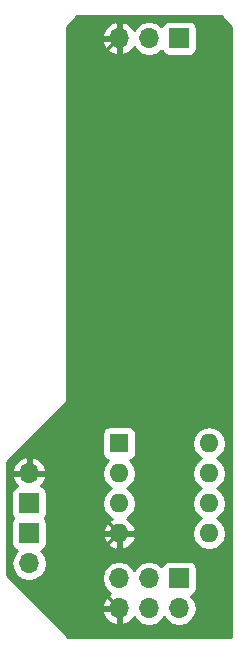
<source format=gbl>
G04 #@! TF.FileFunction,Copper,L2,Bot,Signal*
%FSLAX46Y46*%
G04 Gerber Fmt 4.6, Leading zero omitted, Abs format (unit mm)*
G04 Created by KiCad (PCBNEW 4.0.7-e2-6376~61~ubuntu18.04.1) date Sat Nov 23 09:42:22 2019*
%MOMM*%
%LPD*%
G01*
G04 APERTURE LIST*
%ADD10C,0.100000*%
%ADD11R,1.700000X1.700000*%
%ADD12O,1.700000X1.700000*%
%ADD13R,1.600000X1.600000*%
%ADD14O,1.600000X1.600000*%
%ADD15C,0.304800*%
%ADD16C,0.254000*%
G04 APERTURE END LIST*
D10*
D11*
X15240000Y63500000D03*
D12*
X12700000Y63500000D03*
X10160000Y63500000D03*
D11*
X2540000Y21590000D03*
D12*
X2540000Y19050000D03*
D11*
X2540000Y24130000D03*
D12*
X2540000Y26670000D03*
D13*
X10160000Y29210000D03*
D14*
X17780000Y21590000D03*
X10160000Y26670000D03*
X17780000Y24130000D03*
X10160000Y24130000D03*
X17780000Y26670000D03*
X10160000Y21590000D03*
X17780000Y29210000D03*
D11*
X15240000Y17780000D03*
D12*
X15240000Y15240000D03*
X12700000Y17780000D03*
X12700000Y15240000D03*
X10160000Y17780000D03*
X10160000Y15240000D03*
D15*
X10160000Y63500000D02*
X7620000Y60960000D01*
X7620000Y60960000D02*
X7620000Y24130000D01*
X10160000Y21590000D02*
X7620000Y24130000D01*
X7620000Y24130000D02*
X5080000Y26670000D01*
X5080000Y26670000D02*
X2540000Y26670000D01*
X10160000Y21590000D02*
X8890000Y20320000D01*
X8890000Y20320000D02*
X7620000Y19050000D01*
X7620000Y19050000D02*
X7620000Y17780000D01*
X7620000Y17780000D02*
X10160000Y15240000D01*
D16*
G36*
X19635000Y64486264D02*
X19635000Y12827000D01*
X5739738Y12827000D01*
X5712857Y12962138D01*
X5564368Y13184368D01*
X3865628Y14883108D01*
X8718514Y14883108D01*
X8964817Y14358642D01*
X9393076Y13968355D01*
X9803110Y13798524D01*
X10033000Y13919845D01*
X10033000Y15113000D01*
X8839181Y15113000D01*
X8718514Y14883108D01*
X3865628Y14883108D01*
X685000Y18063736D01*
X685000Y19050000D01*
X1025907Y19050000D01*
X1138946Y18481715D01*
X1460853Y17999946D01*
X1942622Y17678039D01*
X2510907Y17565000D01*
X2569093Y17565000D01*
X3137378Y17678039D01*
X3333514Y17809093D01*
X8675000Y17809093D01*
X8675000Y17750907D01*
X8788039Y17182622D01*
X9109946Y16700853D01*
X9393101Y16511655D01*
X9393076Y16511645D01*
X8964817Y16121358D01*
X8718514Y15596892D01*
X8839181Y15367000D01*
X10033000Y15367000D01*
X10033000Y15387000D01*
X10287000Y15387000D01*
X10287000Y15367000D01*
X10307000Y15367000D01*
X10307000Y15113000D01*
X10287000Y15113000D01*
X10287000Y13919845D01*
X10516890Y13798524D01*
X10926924Y13968355D01*
X11355183Y14358642D01*
X11422298Y14501553D01*
X11649946Y14160853D01*
X12131715Y13838946D01*
X12700000Y13725907D01*
X13268285Y13838946D01*
X13750054Y14160853D01*
X13970000Y14490026D01*
X14189946Y14160853D01*
X14671715Y13838946D01*
X15240000Y13725907D01*
X15808285Y13838946D01*
X16290054Y14160853D01*
X16611961Y14642622D01*
X16725000Y15210907D01*
X16725000Y15269093D01*
X16611961Y15837378D01*
X16290054Y16319147D01*
X16288821Y16319971D01*
X16325317Y16326838D01*
X16541441Y16465910D01*
X16686431Y16678110D01*
X16737440Y16930000D01*
X16737440Y18630000D01*
X16693162Y18865317D01*
X16554090Y19081441D01*
X16341890Y19226431D01*
X16090000Y19277440D01*
X14390000Y19277440D01*
X14154683Y19233162D01*
X13938559Y19094090D01*
X13793569Y18881890D01*
X13779914Y18814459D01*
X13750054Y18859147D01*
X13268285Y19181054D01*
X12700000Y19294093D01*
X12131715Y19181054D01*
X11649946Y18859147D01*
X11430000Y18529974D01*
X11210054Y18859147D01*
X10728285Y19181054D01*
X10160000Y19294093D01*
X9591715Y19181054D01*
X9109946Y18859147D01*
X8788039Y18377378D01*
X8675000Y17809093D01*
X3333514Y17809093D01*
X3619147Y17999946D01*
X3941054Y18481715D01*
X4054093Y19050000D01*
X3941054Y19618285D01*
X3619147Y20100054D01*
X3577548Y20127850D01*
X3625317Y20136838D01*
X3841441Y20275910D01*
X3986431Y20488110D01*
X4037440Y20740000D01*
X4037440Y21240961D01*
X8768096Y21240961D01*
X8928959Y20852577D01*
X9304866Y20437611D01*
X9810959Y20198086D01*
X10033000Y20319371D01*
X10033000Y21463000D01*
X10287000Y21463000D01*
X10287000Y20319371D01*
X10509041Y20198086D01*
X11015134Y20437611D01*
X11391041Y20852577D01*
X11551904Y21240961D01*
X11429915Y21463000D01*
X10287000Y21463000D01*
X10033000Y21463000D01*
X8890085Y21463000D01*
X8768096Y21240961D01*
X4037440Y21240961D01*
X4037440Y22440000D01*
X3993162Y22675317D01*
X3872985Y22862077D01*
X3986431Y23028110D01*
X4037440Y23280000D01*
X4037440Y24980000D01*
X3993162Y25215317D01*
X3854090Y25431441D01*
X3641890Y25576431D01*
X3533893Y25598301D01*
X3811645Y25903076D01*
X3981476Y26313110D01*
X3860155Y26543000D01*
X2667000Y26543000D01*
X2667000Y26523000D01*
X2413000Y26523000D01*
X2413000Y26543000D01*
X1219845Y26543000D01*
X1098524Y26313110D01*
X1268355Y25903076D01*
X1544501Y25600063D01*
X1454683Y25583162D01*
X1238559Y25444090D01*
X1093569Y25231890D01*
X1042560Y24980000D01*
X1042560Y23280000D01*
X1086838Y23044683D01*
X1207015Y22857923D01*
X1093569Y22691890D01*
X1042560Y22440000D01*
X1042560Y20740000D01*
X1086838Y20504683D01*
X1225910Y20288559D01*
X1438110Y20143569D01*
X1505541Y20129914D01*
X1460853Y20100054D01*
X1138946Y19618285D01*
X1025907Y19050000D01*
X685000Y19050000D01*
X685000Y26670000D01*
X8696887Y26670000D01*
X8806120Y26120849D01*
X9117189Y25655302D01*
X9499275Y25400000D01*
X9117189Y25144698D01*
X8806120Y24679151D01*
X8696887Y24130000D01*
X8806120Y23580849D01*
X9117189Y23115302D01*
X9521703Y22845014D01*
X9304866Y22742389D01*
X8928959Y22327423D01*
X8768096Y21939039D01*
X8890085Y21717000D01*
X10033000Y21717000D01*
X10033000Y21737000D01*
X10287000Y21737000D01*
X10287000Y21717000D01*
X11429915Y21717000D01*
X11551904Y21939039D01*
X11391041Y22327423D01*
X11015134Y22742389D01*
X10798297Y22845014D01*
X11202811Y23115302D01*
X11513880Y23580849D01*
X11623113Y24130000D01*
X11513880Y24679151D01*
X11202811Y25144698D01*
X10820725Y25400000D01*
X11202811Y25655302D01*
X11513880Y26120849D01*
X11623113Y26670000D01*
X11513880Y27219151D01*
X11202811Y27684698D01*
X11058535Y27781101D01*
X11195317Y27806838D01*
X11411441Y27945910D01*
X11556431Y28158110D01*
X11607440Y28410000D01*
X11607440Y29210000D01*
X16316887Y29210000D01*
X16426120Y28660849D01*
X16737189Y28195302D01*
X17119275Y27940000D01*
X16737189Y27684698D01*
X16426120Y27219151D01*
X16316887Y26670000D01*
X16426120Y26120849D01*
X16737189Y25655302D01*
X17119275Y25400000D01*
X16737189Y25144698D01*
X16426120Y24679151D01*
X16316887Y24130000D01*
X16426120Y23580849D01*
X16737189Y23115302D01*
X17119275Y22860000D01*
X16737189Y22604698D01*
X16426120Y22139151D01*
X16316887Y21590000D01*
X16426120Y21040849D01*
X16737189Y20575302D01*
X17202736Y20264233D01*
X17751887Y20155000D01*
X17808113Y20155000D01*
X18357264Y20264233D01*
X18822811Y20575302D01*
X19133880Y21040849D01*
X19243113Y21590000D01*
X19133880Y22139151D01*
X18822811Y22604698D01*
X18440725Y22860000D01*
X18822811Y23115302D01*
X19133880Y23580849D01*
X19243113Y24130000D01*
X19133880Y24679151D01*
X18822811Y25144698D01*
X18440725Y25400000D01*
X18822811Y25655302D01*
X19133880Y26120849D01*
X19243113Y26670000D01*
X19133880Y27219151D01*
X18822811Y27684698D01*
X18440725Y27940000D01*
X18822811Y28195302D01*
X19133880Y28660849D01*
X19243113Y29210000D01*
X19133880Y29759151D01*
X18822811Y30224698D01*
X18357264Y30535767D01*
X17808113Y30645000D01*
X17751887Y30645000D01*
X17202736Y30535767D01*
X16737189Y30224698D01*
X16426120Y29759151D01*
X16316887Y29210000D01*
X11607440Y29210000D01*
X11607440Y30010000D01*
X11563162Y30245317D01*
X11424090Y30461441D01*
X11211890Y30606431D01*
X10960000Y30657440D01*
X9360000Y30657440D01*
X9124683Y30613162D01*
X8908559Y30474090D01*
X8763569Y30261890D01*
X8712560Y30010000D01*
X8712560Y28410000D01*
X8756838Y28174683D01*
X8895910Y27958559D01*
X9108110Y27813569D01*
X9263089Y27782185D01*
X9117189Y27684698D01*
X8806120Y27219151D01*
X8696887Y26670000D01*
X685000Y26670000D01*
X685000Y27026890D01*
X1098524Y27026890D01*
X1219845Y26797000D01*
X2413000Y26797000D01*
X2413000Y27990819D01*
X2667000Y27990819D01*
X2667000Y26797000D01*
X3860155Y26797000D01*
X3981476Y27026890D01*
X3811645Y27436924D01*
X3421358Y27865183D01*
X2896892Y28111486D01*
X2667000Y27990819D01*
X2413000Y27990819D01*
X2183108Y28111486D01*
X1658642Y27865183D01*
X1268355Y27436924D01*
X1098524Y27026890D01*
X685000Y27026890D01*
X685000Y27656264D01*
X5564368Y32535632D01*
X5712857Y32757862D01*
X5765000Y33020000D01*
X5765000Y63143108D01*
X8718514Y63143108D01*
X8964817Y62618642D01*
X9393076Y62228355D01*
X9803110Y62058524D01*
X10033000Y62179845D01*
X10033000Y63373000D01*
X8839181Y63373000D01*
X8718514Y63143108D01*
X5765000Y63143108D01*
X5765000Y63856892D01*
X8718514Y63856892D01*
X8839181Y63627000D01*
X10033000Y63627000D01*
X10033000Y64820155D01*
X10287000Y64820155D01*
X10287000Y63627000D01*
X10307000Y63627000D01*
X10307000Y63373000D01*
X10287000Y63373000D01*
X10287000Y62179845D01*
X10516890Y62058524D01*
X10926924Y62228355D01*
X11355183Y62618642D01*
X11422298Y62761553D01*
X11649946Y62420853D01*
X12131715Y62098946D01*
X12700000Y61985907D01*
X13268285Y62098946D01*
X13750054Y62420853D01*
X13777850Y62462452D01*
X13786838Y62414683D01*
X13925910Y62198559D01*
X14138110Y62053569D01*
X14390000Y62002560D01*
X16090000Y62002560D01*
X16325317Y62046838D01*
X16541441Y62185910D01*
X16686431Y62398110D01*
X16737440Y62650000D01*
X16737440Y64350000D01*
X16693162Y64585317D01*
X16554090Y64801441D01*
X16341890Y64946431D01*
X16090000Y64997440D01*
X14390000Y64997440D01*
X14154683Y64953162D01*
X13938559Y64814090D01*
X13793569Y64601890D01*
X13779914Y64534459D01*
X13750054Y64579147D01*
X13268285Y64901054D01*
X12700000Y65014093D01*
X12131715Y64901054D01*
X11649946Y64579147D01*
X11422298Y64238447D01*
X11355183Y64381358D01*
X10926924Y64771645D01*
X10516890Y64941476D01*
X10287000Y64820155D01*
X10033000Y64820155D01*
X9803110Y64941476D01*
X9393076Y64771645D01*
X8964817Y64381358D01*
X8718514Y63856892D01*
X5765000Y63856892D01*
X5765000Y64486264D01*
X6633736Y65355000D01*
X18766264Y65355000D01*
X19635000Y64486264D01*
X19635000Y64486264D01*
G37*
X19635000Y64486264D02*
X19635000Y12827000D01*
X5739738Y12827000D01*
X5712857Y12962138D01*
X5564368Y13184368D01*
X3865628Y14883108D01*
X8718514Y14883108D01*
X8964817Y14358642D01*
X9393076Y13968355D01*
X9803110Y13798524D01*
X10033000Y13919845D01*
X10033000Y15113000D01*
X8839181Y15113000D01*
X8718514Y14883108D01*
X3865628Y14883108D01*
X685000Y18063736D01*
X685000Y19050000D01*
X1025907Y19050000D01*
X1138946Y18481715D01*
X1460853Y17999946D01*
X1942622Y17678039D01*
X2510907Y17565000D01*
X2569093Y17565000D01*
X3137378Y17678039D01*
X3333514Y17809093D01*
X8675000Y17809093D01*
X8675000Y17750907D01*
X8788039Y17182622D01*
X9109946Y16700853D01*
X9393101Y16511655D01*
X9393076Y16511645D01*
X8964817Y16121358D01*
X8718514Y15596892D01*
X8839181Y15367000D01*
X10033000Y15367000D01*
X10033000Y15387000D01*
X10287000Y15387000D01*
X10287000Y15367000D01*
X10307000Y15367000D01*
X10307000Y15113000D01*
X10287000Y15113000D01*
X10287000Y13919845D01*
X10516890Y13798524D01*
X10926924Y13968355D01*
X11355183Y14358642D01*
X11422298Y14501553D01*
X11649946Y14160853D01*
X12131715Y13838946D01*
X12700000Y13725907D01*
X13268285Y13838946D01*
X13750054Y14160853D01*
X13970000Y14490026D01*
X14189946Y14160853D01*
X14671715Y13838946D01*
X15240000Y13725907D01*
X15808285Y13838946D01*
X16290054Y14160853D01*
X16611961Y14642622D01*
X16725000Y15210907D01*
X16725000Y15269093D01*
X16611961Y15837378D01*
X16290054Y16319147D01*
X16288821Y16319971D01*
X16325317Y16326838D01*
X16541441Y16465910D01*
X16686431Y16678110D01*
X16737440Y16930000D01*
X16737440Y18630000D01*
X16693162Y18865317D01*
X16554090Y19081441D01*
X16341890Y19226431D01*
X16090000Y19277440D01*
X14390000Y19277440D01*
X14154683Y19233162D01*
X13938559Y19094090D01*
X13793569Y18881890D01*
X13779914Y18814459D01*
X13750054Y18859147D01*
X13268285Y19181054D01*
X12700000Y19294093D01*
X12131715Y19181054D01*
X11649946Y18859147D01*
X11430000Y18529974D01*
X11210054Y18859147D01*
X10728285Y19181054D01*
X10160000Y19294093D01*
X9591715Y19181054D01*
X9109946Y18859147D01*
X8788039Y18377378D01*
X8675000Y17809093D01*
X3333514Y17809093D01*
X3619147Y17999946D01*
X3941054Y18481715D01*
X4054093Y19050000D01*
X3941054Y19618285D01*
X3619147Y20100054D01*
X3577548Y20127850D01*
X3625317Y20136838D01*
X3841441Y20275910D01*
X3986431Y20488110D01*
X4037440Y20740000D01*
X4037440Y21240961D01*
X8768096Y21240961D01*
X8928959Y20852577D01*
X9304866Y20437611D01*
X9810959Y20198086D01*
X10033000Y20319371D01*
X10033000Y21463000D01*
X10287000Y21463000D01*
X10287000Y20319371D01*
X10509041Y20198086D01*
X11015134Y20437611D01*
X11391041Y20852577D01*
X11551904Y21240961D01*
X11429915Y21463000D01*
X10287000Y21463000D01*
X10033000Y21463000D01*
X8890085Y21463000D01*
X8768096Y21240961D01*
X4037440Y21240961D01*
X4037440Y22440000D01*
X3993162Y22675317D01*
X3872985Y22862077D01*
X3986431Y23028110D01*
X4037440Y23280000D01*
X4037440Y24980000D01*
X3993162Y25215317D01*
X3854090Y25431441D01*
X3641890Y25576431D01*
X3533893Y25598301D01*
X3811645Y25903076D01*
X3981476Y26313110D01*
X3860155Y26543000D01*
X2667000Y26543000D01*
X2667000Y26523000D01*
X2413000Y26523000D01*
X2413000Y26543000D01*
X1219845Y26543000D01*
X1098524Y26313110D01*
X1268355Y25903076D01*
X1544501Y25600063D01*
X1454683Y25583162D01*
X1238559Y25444090D01*
X1093569Y25231890D01*
X1042560Y24980000D01*
X1042560Y23280000D01*
X1086838Y23044683D01*
X1207015Y22857923D01*
X1093569Y22691890D01*
X1042560Y22440000D01*
X1042560Y20740000D01*
X1086838Y20504683D01*
X1225910Y20288559D01*
X1438110Y20143569D01*
X1505541Y20129914D01*
X1460853Y20100054D01*
X1138946Y19618285D01*
X1025907Y19050000D01*
X685000Y19050000D01*
X685000Y26670000D01*
X8696887Y26670000D01*
X8806120Y26120849D01*
X9117189Y25655302D01*
X9499275Y25400000D01*
X9117189Y25144698D01*
X8806120Y24679151D01*
X8696887Y24130000D01*
X8806120Y23580849D01*
X9117189Y23115302D01*
X9521703Y22845014D01*
X9304866Y22742389D01*
X8928959Y22327423D01*
X8768096Y21939039D01*
X8890085Y21717000D01*
X10033000Y21717000D01*
X10033000Y21737000D01*
X10287000Y21737000D01*
X10287000Y21717000D01*
X11429915Y21717000D01*
X11551904Y21939039D01*
X11391041Y22327423D01*
X11015134Y22742389D01*
X10798297Y22845014D01*
X11202811Y23115302D01*
X11513880Y23580849D01*
X11623113Y24130000D01*
X11513880Y24679151D01*
X11202811Y25144698D01*
X10820725Y25400000D01*
X11202811Y25655302D01*
X11513880Y26120849D01*
X11623113Y26670000D01*
X11513880Y27219151D01*
X11202811Y27684698D01*
X11058535Y27781101D01*
X11195317Y27806838D01*
X11411441Y27945910D01*
X11556431Y28158110D01*
X11607440Y28410000D01*
X11607440Y29210000D01*
X16316887Y29210000D01*
X16426120Y28660849D01*
X16737189Y28195302D01*
X17119275Y27940000D01*
X16737189Y27684698D01*
X16426120Y27219151D01*
X16316887Y26670000D01*
X16426120Y26120849D01*
X16737189Y25655302D01*
X17119275Y25400000D01*
X16737189Y25144698D01*
X16426120Y24679151D01*
X16316887Y24130000D01*
X16426120Y23580849D01*
X16737189Y23115302D01*
X17119275Y22860000D01*
X16737189Y22604698D01*
X16426120Y22139151D01*
X16316887Y21590000D01*
X16426120Y21040849D01*
X16737189Y20575302D01*
X17202736Y20264233D01*
X17751887Y20155000D01*
X17808113Y20155000D01*
X18357264Y20264233D01*
X18822811Y20575302D01*
X19133880Y21040849D01*
X19243113Y21590000D01*
X19133880Y22139151D01*
X18822811Y22604698D01*
X18440725Y22860000D01*
X18822811Y23115302D01*
X19133880Y23580849D01*
X19243113Y24130000D01*
X19133880Y24679151D01*
X18822811Y25144698D01*
X18440725Y25400000D01*
X18822811Y25655302D01*
X19133880Y26120849D01*
X19243113Y26670000D01*
X19133880Y27219151D01*
X18822811Y27684698D01*
X18440725Y27940000D01*
X18822811Y28195302D01*
X19133880Y28660849D01*
X19243113Y29210000D01*
X19133880Y29759151D01*
X18822811Y30224698D01*
X18357264Y30535767D01*
X17808113Y30645000D01*
X17751887Y30645000D01*
X17202736Y30535767D01*
X16737189Y30224698D01*
X16426120Y29759151D01*
X16316887Y29210000D01*
X11607440Y29210000D01*
X11607440Y30010000D01*
X11563162Y30245317D01*
X11424090Y30461441D01*
X11211890Y30606431D01*
X10960000Y30657440D01*
X9360000Y30657440D01*
X9124683Y30613162D01*
X8908559Y30474090D01*
X8763569Y30261890D01*
X8712560Y30010000D01*
X8712560Y28410000D01*
X8756838Y28174683D01*
X8895910Y27958559D01*
X9108110Y27813569D01*
X9263089Y27782185D01*
X9117189Y27684698D01*
X8806120Y27219151D01*
X8696887Y26670000D01*
X685000Y26670000D01*
X685000Y27026890D01*
X1098524Y27026890D01*
X1219845Y26797000D01*
X2413000Y26797000D01*
X2413000Y27990819D01*
X2667000Y27990819D01*
X2667000Y26797000D01*
X3860155Y26797000D01*
X3981476Y27026890D01*
X3811645Y27436924D01*
X3421358Y27865183D01*
X2896892Y28111486D01*
X2667000Y27990819D01*
X2413000Y27990819D01*
X2183108Y28111486D01*
X1658642Y27865183D01*
X1268355Y27436924D01*
X1098524Y27026890D01*
X685000Y27026890D01*
X685000Y27656264D01*
X5564368Y32535632D01*
X5712857Y32757862D01*
X5765000Y33020000D01*
X5765000Y63143108D01*
X8718514Y63143108D01*
X8964817Y62618642D01*
X9393076Y62228355D01*
X9803110Y62058524D01*
X10033000Y62179845D01*
X10033000Y63373000D01*
X8839181Y63373000D01*
X8718514Y63143108D01*
X5765000Y63143108D01*
X5765000Y63856892D01*
X8718514Y63856892D01*
X8839181Y63627000D01*
X10033000Y63627000D01*
X10033000Y64820155D01*
X10287000Y64820155D01*
X10287000Y63627000D01*
X10307000Y63627000D01*
X10307000Y63373000D01*
X10287000Y63373000D01*
X10287000Y62179845D01*
X10516890Y62058524D01*
X10926924Y62228355D01*
X11355183Y62618642D01*
X11422298Y62761553D01*
X11649946Y62420853D01*
X12131715Y62098946D01*
X12700000Y61985907D01*
X13268285Y62098946D01*
X13750054Y62420853D01*
X13777850Y62462452D01*
X13786838Y62414683D01*
X13925910Y62198559D01*
X14138110Y62053569D01*
X14390000Y62002560D01*
X16090000Y62002560D01*
X16325317Y62046838D01*
X16541441Y62185910D01*
X16686431Y62398110D01*
X16737440Y62650000D01*
X16737440Y64350000D01*
X16693162Y64585317D01*
X16554090Y64801441D01*
X16341890Y64946431D01*
X16090000Y64997440D01*
X14390000Y64997440D01*
X14154683Y64953162D01*
X13938559Y64814090D01*
X13793569Y64601890D01*
X13779914Y64534459D01*
X13750054Y64579147D01*
X13268285Y64901054D01*
X12700000Y65014093D01*
X12131715Y64901054D01*
X11649946Y64579147D01*
X11422298Y64238447D01*
X11355183Y64381358D01*
X10926924Y64771645D01*
X10516890Y64941476D01*
X10287000Y64820155D01*
X10033000Y64820155D01*
X9803110Y64941476D01*
X9393076Y64771645D01*
X8964817Y64381358D01*
X8718514Y63856892D01*
X5765000Y63856892D01*
X5765000Y64486264D01*
X6633736Y65355000D01*
X18766264Y65355000D01*
X19635000Y64486264D01*
M02*

</source>
